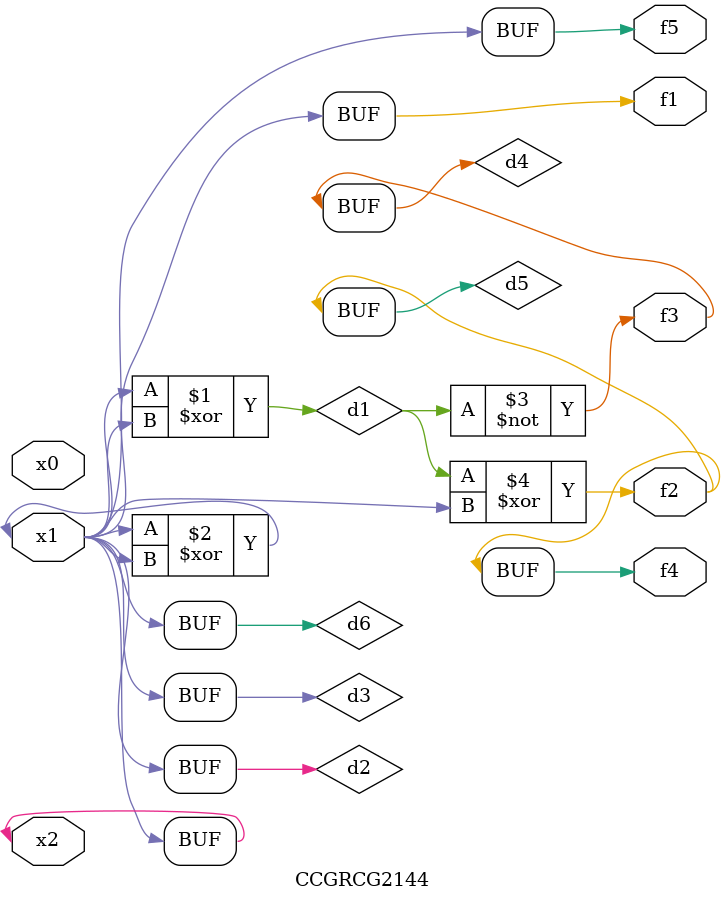
<source format=v>
module CCGRCG2144(
	input x0, x1, x2,
	output f1, f2, f3, f4, f5
);

	wire d1, d2, d3, d4, d5, d6;

	xor (d1, x1, x2);
	buf (d2, x1, x2);
	xor (d3, x1, x2);
	nor (d4, d1);
	xor (d5, d1, d2);
	buf (d6, d2, d3);
	assign f1 = d6;
	assign f2 = d5;
	assign f3 = d4;
	assign f4 = d5;
	assign f5 = d6;
endmodule

</source>
